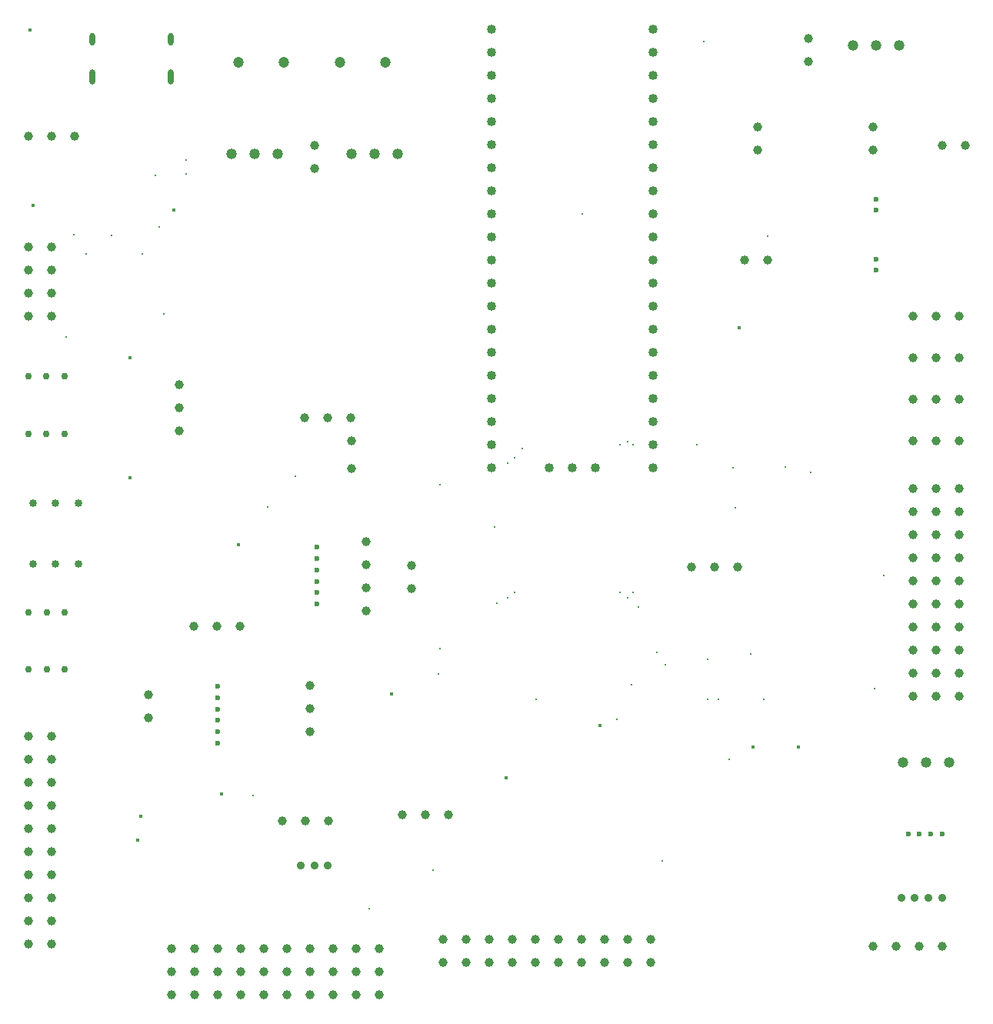
<source format=gbr>
%TF.GenerationSoftware,KiCad,Pcbnew,7.0.2*%
%TF.CreationDate,2024-12-03T13:42:56-08:00*%
%TF.ProjectId,AA_P_CtrlBd,41415f50-5f43-4747-926c-42642e6b6963,1.0*%
%TF.SameCoordinates,Original*%
%TF.FileFunction,Plated,1,4,PTH,Mixed*%
%TF.FilePolarity,Positive*%
%FSLAX46Y46*%
G04 Gerber Fmt 4.6, Leading zero omitted, Abs format (unit mm)*
G04 Created by KiCad (PCBNEW 7.0.2) date 2024-12-03 13:42:56*
%MOMM*%
%LPD*%
G01*
G04 APERTURE LIST*
%TA.AperFunction,ViaDrill*%
%ADD10C,0.300000*%
%TD*%
%TA.AperFunction,ViaDrill*%
%ADD11C,0.400000*%
%TD*%
G04 aperture for slot hole*
%TA.AperFunction,ComponentDrill*%
%ADD12O,0.600000X1.400000*%
%TD*%
G04 aperture for slot hole*
%TA.AperFunction,ComponentDrill*%
%ADD13O,0.600000X1.700000*%
%TD*%
%TA.AperFunction,ComponentDrill*%
%ADD14C,0.600000*%
%TD*%
%TA.AperFunction,ComponentDrill*%
%ADD15C,0.750000*%
%TD*%
%TA.AperFunction,ComponentDrill*%
%ADD16C,0.850000*%
%TD*%
%TA.AperFunction,ComponentDrill*%
%ADD17C,0.870000*%
%TD*%
%TA.AperFunction,ComponentDrill*%
%ADD18C,1.000000*%
%TD*%
%TA.AperFunction,ComponentDrill*%
%ADD19C,1.020000*%
%TD*%
%TA.AperFunction,ComponentDrill*%
%ADD20C,1.190000*%
%TD*%
%TA.AperFunction,ComponentDrill*%
%ADD21C,1.200000*%
%TD*%
G04 APERTURE END LIST*
D10*
X96909480Y-69857480D03*
X97790000Y-58592000D03*
X99095767Y-60710233D03*
X101894000Y-58674000D03*
X105254354Y-60654570D03*
X106728000Y-52078000D03*
X107126500Y-57704000D03*
X107702000Y-67304000D03*
X110102000Y-50304000D03*
X110127500Y-51882500D03*
X117502000Y-120304000D03*
X119102000Y-88504000D03*
X122102000Y-85104000D03*
X130302000Y-132704000D03*
X137302000Y-128504000D03*
X137902000Y-106904000D03*
X138102000Y-86104000D03*
X138102000Y-104104000D03*
X144102000Y-90704000D03*
X144302000Y-99104000D03*
X145502000Y-83704000D03*
X145502000Y-98504000D03*
X146302000Y-83104000D03*
X146302000Y-97904000D03*
X147102000Y-82104000D03*
X148659017Y-109734517D03*
X153702000Y-56304000D03*
X157502000Y-111904000D03*
X157902000Y-81704000D03*
X157902000Y-97904000D03*
X158702000Y-81304000D03*
X158702000Y-98504000D03*
X159102000Y-108104000D03*
X159302000Y-81704000D03*
X159302000Y-97904000D03*
X159902000Y-99504000D03*
X161902000Y-104504000D03*
X162502000Y-127504000D03*
X162902000Y-105904000D03*
X166302000Y-81704000D03*
X167102000Y-37304000D03*
X167502000Y-105304000D03*
X167502000Y-109704000D03*
X168702000Y-109704000D03*
X169926000Y-116304000D03*
X170302000Y-84202000D03*
X170609275Y-88611274D03*
X172302000Y-104704000D03*
X173702000Y-109704000D03*
X174102000Y-58704000D03*
X176102000Y-84104000D03*
X178902000Y-84704000D03*
X185902000Y-108504000D03*
X186902000Y-96104000D03*
D11*
X92936694Y-36063625D03*
X93258000Y-55372000D03*
X103902000Y-72104000D03*
X103902000Y-85304000D03*
X104823306Y-125204369D03*
X105131241Y-122593360D03*
X108800199Y-55857797D03*
X114050685Y-120077325D03*
X115902000Y-92704000D03*
X132702000Y-109104000D03*
X145302000Y-118304000D03*
X155702000Y-112547250D03*
X170982000Y-68834000D03*
X172502000Y-114904000D03*
X177502000Y-114904000D03*
D12*
%TO.C,J19*%
X99793156Y-37027242D03*
D13*
X99793156Y-41207242D03*
D12*
X108433156Y-37027242D03*
D13*
X108433156Y-41207242D03*
D14*
%TO.C,J21*%
X113586000Y-108254000D03*
X113586000Y-109504000D03*
X113586000Y-110754000D03*
X113586000Y-112004000D03*
X113586000Y-113254000D03*
X113586000Y-114504000D03*
%TO.C,J16*%
X124507909Y-92950805D03*
X124507909Y-94200805D03*
X124507909Y-95450805D03*
X124507909Y-96700805D03*
X124507909Y-97950805D03*
X124507909Y-99200805D03*
%TO.C,J36*%
X186095000Y-54630000D03*
X186095000Y-55880000D03*
%TO.C,J35*%
X186095000Y-61234000D03*
X186095000Y-62484000D03*
%TO.C,J28*%
X189598173Y-124502976D03*
X190848173Y-124502976D03*
X192098173Y-124502976D03*
X193348173Y-124502976D03*
D15*
%TO.C,J1*%
X92750000Y-74168000D03*
%TO.C,J2*%
X92750000Y-80451200D03*
%TO.C,J5*%
X92782000Y-100100800D03*
%TO.C,J6*%
X92782000Y-106384000D03*
%TO.C,J1*%
X94750000Y-74168000D03*
%TO.C,J2*%
X94750000Y-80451200D03*
%TO.C,J5*%
X94782000Y-100100800D03*
%TO.C,J6*%
X94782000Y-106384000D03*
%TO.C,J1*%
X96750000Y-74168000D03*
%TO.C,J2*%
X96750000Y-80451200D03*
%TO.C,J5*%
X96782000Y-100100800D03*
%TO.C,J6*%
X96782000Y-106384000D03*
D16*
%TO.C,J3*%
X93258000Y-88134400D03*
%TO.C,J4*%
X93258000Y-94817600D03*
%TO.C,J3*%
X95758000Y-88134400D03*
%TO.C,J4*%
X95758000Y-94817600D03*
%TO.C,J3*%
X98258000Y-88134400D03*
%TO.C,J4*%
X98258000Y-94817600D03*
D17*
%TO.C,J13*%
X122722000Y-128016000D03*
X124222000Y-128016000D03*
X125722000Y-128016000D03*
%TO.C,J27*%
X188834000Y-131572000D03*
X190334000Y-131572000D03*
X191834000Y-131572000D03*
X193334000Y-131572000D03*
D18*
%TO.C,OP4*%
X92735000Y-47752000D03*
%TO.C,J15*%
X92745000Y-59944000D03*
X92745000Y-62484000D03*
X92745000Y-65024000D03*
X92745000Y-67564000D03*
%TO.C,J12*%
X92750000Y-113792000D03*
X92750000Y-116332000D03*
X92750000Y-118872000D03*
X92750000Y-121412000D03*
X92750000Y-123952000D03*
X92750000Y-126492000D03*
X92750000Y-129032000D03*
X92750000Y-131572000D03*
X92750000Y-134112000D03*
X92750000Y-136652000D03*
%TO.C,OP4*%
X95275000Y-47752000D03*
%TO.C,J15*%
X95285000Y-59944000D03*
X95285000Y-62484000D03*
X95285000Y-65024000D03*
X95285000Y-67564000D03*
%TO.C,J12*%
X95290000Y-113792000D03*
X95290000Y-116332000D03*
X95290000Y-118872000D03*
X95290000Y-121412000D03*
X95290000Y-123952000D03*
X95290000Y-126492000D03*
X95290000Y-129032000D03*
X95290000Y-131572000D03*
X95290000Y-134112000D03*
X95290000Y-136652000D03*
%TO.C,OP4*%
X97815000Y-47752000D03*
%TO.C,JP3*%
X105958000Y-109220000D03*
X105958000Y-111760000D03*
%TO.C,SPARE2*%
X108503000Y-137160000D03*
X108503000Y-139700000D03*
%TO.C,SPARE1*%
X108503000Y-142240000D03*
%TO.C,OP3*%
X109387000Y-75072000D03*
X109387000Y-77612000D03*
X109387000Y-80152000D03*
%TO.C,OP5*%
X110974912Y-101610729D03*
%TO.C,SPARE2*%
X111043000Y-137160000D03*
X111043000Y-139700000D03*
%TO.C,SPARE1*%
X111043000Y-142240000D03*
%TO.C,OP5*%
X113514912Y-101610729D03*
%TO.C,SPARE2*%
X113583000Y-137160000D03*
X113583000Y-139700000D03*
%TO.C,SPARE1*%
X113583000Y-142240000D03*
%TO.C,OP5*%
X116054912Y-101610729D03*
%TO.C,SPARE2*%
X116123000Y-137160000D03*
X116123000Y-139700000D03*
%TO.C,SPARE1*%
X116123000Y-142240000D03*
%TO.C,SPARE2*%
X118663000Y-137160000D03*
X118663000Y-139700000D03*
%TO.C,SPARE1*%
X118663000Y-142240000D03*
%TO.C,J9*%
X120690000Y-123063000D03*
%TO.C,SPARE2*%
X121203000Y-137160000D03*
X121203000Y-139700000D03*
%TO.C,SPARE1*%
X121203000Y-142240000D03*
%TO.C,OP2*%
X123179820Y-78741539D03*
%TO.C,J9*%
X123230000Y-123063000D03*
%TO.C,J22*%
X123738000Y-108189000D03*
X123738000Y-110729000D03*
X123738000Y-113269000D03*
%TO.C,SPARE2*%
X123743000Y-137160000D03*
X123743000Y-139700000D03*
%TO.C,SPARE1*%
X123743000Y-142240000D03*
%TO.C,JP1*%
X124246000Y-48763000D03*
X124246000Y-51303000D03*
%TO.C,OP2*%
X125719820Y-78741539D03*
%TO.C,J9*%
X125770000Y-123063000D03*
%TO.C,SPARE2*%
X126283000Y-137160000D03*
X126283000Y-139700000D03*
%TO.C,SPARE1*%
X126283000Y-142240000D03*
%TO.C,OP2*%
X128259820Y-78741539D03*
%TO.C,J17*%
X128310000Y-81280000D03*
%TO.C,J18*%
X128310000Y-84328000D03*
%TO.C,SPARE2*%
X128823000Y-137160000D03*
X128823000Y-139700000D03*
%TO.C,SPARE1*%
X128823000Y-142240000D03*
%TO.C,J14*%
X129961000Y-92329000D03*
X129961000Y-94869000D03*
X129961000Y-97409000D03*
X129961000Y-99949000D03*
%TO.C,SPARE2*%
X131363000Y-137160000D03*
X131363000Y-139700000D03*
%TO.C,SPARE1*%
X131363000Y-142240000D03*
%TO.C,OP1*%
X133913000Y-122428000D03*
%TO.C,JP2*%
X134914000Y-94991000D03*
X134914000Y-97531000D03*
%TO.C,OP1*%
X136453000Y-122428000D03*
%TO.C,J29*%
X138419200Y-136144000D03*
X138419200Y-138684000D03*
%TO.C,OP1*%
X138993000Y-122428000D03*
%TO.C,J29*%
X140959200Y-136144000D03*
X140959200Y-138684000D03*
X143499200Y-136144000D03*
X143499200Y-138684000D03*
X146039200Y-136144000D03*
X146039200Y-138684000D03*
X148579200Y-136144000D03*
X148579200Y-138684000D03*
X151119200Y-136144000D03*
X151119200Y-138684000D03*
X153659200Y-136144000D03*
X153659200Y-138684000D03*
X156199200Y-136144000D03*
X156199200Y-138684000D03*
X158739200Y-136144000D03*
X158739200Y-138684000D03*
X161279200Y-136144000D03*
X161279200Y-138684000D03*
%TO.C,OP6*%
X165760000Y-95123000D03*
X168300000Y-95123000D03*
X170840000Y-95123000D03*
%TO.C,JP4*%
X171570709Y-61333099D03*
%TO.C,J23*%
X173014000Y-46736000D03*
X173014000Y-49276000D03*
%TO.C,JP4*%
X174110709Y-61333099D03*
%TO.C,J20*%
X178602000Y-36957000D03*
X178602000Y-39497000D03*
%TO.C,J24*%
X185714000Y-46736000D03*
X185714000Y-49276000D03*
%TO.C,J26*%
X185714000Y-136906000D03*
X188254000Y-136906000D03*
%TO.C,J33*%
X190159000Y-67564000D03*
%TO.C,J32*%
X190159000Y-72136000D03*
%TO.C,J31*%
X190159000Y-76708000D03*
%TO.C,J30*%
X190159000Y-81280000D03*
%TO.C,J34*%
X190159000Y-86487000D03*
X190159000Y-89027000D03*
X190159000Y-91567000D03*
X190159000Y-94107000D03*
X190159000Y-96647000D03*
X190159000Y-99187000D03*
X190159000Y-101727000D03*
X190159000Y-104267000D03*
X190159000Y-106807000D03*
X190159000Y-109347000D03*
%TO.C,J26*%
X190794000Y-136906000D03*
%TO.C,J33*%
X192699000Y-67564000D03*
%TO.C,J32*%
X192699000Y-72136000D03*
%TO.C,J31*%
X192699000Y-76708000D03*
%TO.C,J30*%
X192699000Y-81280000D03*
%TO.C,J34*%
X192699000Y-86487000D03*
X192699000Y-89027000D03*
X192699000Y-91567000D03*
X192699000Y-94107000D03*
X192699000Y-96647000D03*
X192699000Y-99187000D03*
X192699000Y-101727000D03*
X192699000Y-104267000D03*
X192699000Y-106807000D03*
X192699000Y-109347000D03*
%TO.C,JP5*%
X193329000Y-48768000D03*
%TO.C,J26*%
X193334000Y-136906000D03*
%TO.C,J33*%
X195239000Y-67564000D03*
%TO.C,J32*%
X195239000Y-72136000D03*
%TO.C,J31*%
X195239000Y-76708000D03*
%TO.C,J30*%
X195239000Y-81280000D03*
%TO.C,J37*%
X195239000Y-86487000D03*
X195239000Y-89027000D03*
X195239000Y-91567000D03*
X195239000Y-94107000D03*
X195239000Y-96647000D03*
X195239000Y-99187000D03*
X195239000Y-101727000D03*
X195239000Y-104267000D03*
X195239000Y-106807000D03*
X195239000Y-109347000D03*
%TO.C,JP5*%
X195869000Y-48768000D03*
D19*
%TO.C,U5*%
X143764000Y-35942000D03*
X143764000Y-38482000D03*
X143764000Y-41022000D03*
X143764000Y-43562000D03*
X143764000Y-46102000D03*
X143764000Y-48642000D03*
X143764000Y-51182000D03*
X143764000Y-53722000D03*
X143764000Y-56262000D03*
X143764000Y-58802000D03*
X143764000Y-61342000D03*
X143764000Y-63882000D03*
X143764000Y-66422000D03*
X143764000Y-68962000D03*
X143764000Y-71502000D03*
X143764000Y-74042000D03*
X143764000Y-76582000D03*
X143764000Y-79122000D03*
X143764000Y-81662000D03*
X143764000Y-84202000D03*
X150118000Y-84242000D03*
X152658000Y-84242000D03*
X155198000Y-84242000D03*
X161544000Y-35942000D03*
X161544000Y-38482000D03*
X161544000Y-41022000D03*
X161544000Y-43562000D03*
X161544000Y-46102000D03*
X161544000Y-48642000D03*
X161544000Y-51182000D03*
X161544000Y-53722000D03*
X161544000Y-56262000D03*
X161544000Y-58802000D03*
X161544000Y-61342000D03*
X161544000Y-63882000D03*
X161544000Y-66422000D03*
X161544000Y-68962000D03*
X161544000Y-71502000D03*
X161544000Y-74042000D03*
X161544000Y-76582000D03*
X161544000Y-79122000D03*
X161544000Y-81662000D03*
X161544000Y-84202000D03*
D20*
%TO.C,J10*%
X115102000Y-49637000D03*
X117642000Y-49637000D03*
X120182000Y-49637000D03*
%TO.C,J11*%
X128310000Y-49637000D03*
X130850000Y-49637000D03*
X133390000Y-49637000D03*
%TO.C,J25*%
X183555000Y-37719000D03*
X186095000Y-37719000D03*
X188635000Y-37719000D03*
%TO.C,J38*%
X189016000Y-116606000D03*
X191556000Y-116606000D03*
X194096000Y-116606000D03*
D21*
%TO.C,J7*%
X115904000Y-39578000D03*
X120904000Y-39578000D03*
%TO.C,J8*%
X127080000Y-39578000D03*
X132080000Y-39578000D03*
M02*

</source>
